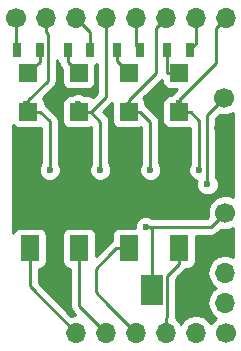
<source format=gtl>
G04 #@! TF.FileFunction,Copper,L1,Top,Signal*
%FSLAX46Y46*%
G04 Gerber Fmt 4.6, Leading zero omitted, Abs format (unit mm)*
G04 Created by KiCad (PCBNEW 4.0.2-stable) date 18.08.2017 11:21:27*
%MOMM*%
G01*
G04 APERTURE LIST*
%ADD10C,0.100000*%
%ADD11C,1.700000*%
%ADD12O,1.700000X1.700000*%
%ADD13R,1.600000X2.180000*%
%ADD14R,1.950000X2.500000*%
%ADD15R,1.500000X1.500000*%
%ADD16R,0.700000X1.300000*%
%ADD17C,0.600000*%
%ADD18C,0.250000*%
%ADD19C,0.254000*%
G04 APERTURE END LIST*
D10*
D11*
X188595000Y-103886000D03*
D12*
X188595000Y-106426000D03*
D11*
X170942000Y-97104200D03*
D12*
X173482000Y-97104200D03*
X176022000Y-97104200D03*
X178562000Y-97104200D03*
X181102000Y-97104200D03*
X183642000Y-97104200D03*
X186182000Y-97104200D03*
X188722000Y-97104200D03*
D11*
X188658500Y-113601500D03*
D12*
X188658500Y-116141500D03*
X188658500Y-118681500D03*
X188658500Y-121221500D03*
D11*
X188722000Y-123761500D03*
D12*
X186182000Y-123761500D03*
X183642000Y-123761500D03*
X181102000Y-123761500D03*
X178562000Y-123761500D03*
X176022000Y-123761500D03*
D13*
X172110400Y-116629400D03*
X172110400Y-107449400D03*
X176301400Y-116604000D03*
X176301400Y-107424000D03*
X180517800Y-116604000D03*
X180517800Y-107424000D03*
X184759600Y-116604000D03*
X184759600Y-107424000D03*
D14*
X182472600Y-120116600D03*
X185522600Y-120116600D03*
D15*
X172008800Y-101778800D03*
X172008800Y-105078800D03*
D16*
X171058800Y-99796600D03*
X172958800Y-99796600D03*
D15*
X176276000Y-101778800D03*
X176276000Y-105078800D03*
X180492400Y-101778800D03*
X180492400Y-105078800D03*
X184759600Y-101778800D03*
X184759600Y-105078800D03*
D16*
X177226000Y-99796600D03*
X175326000Y-99796600D03*
X181417000Y-99822000D03*
X179517000Y-99822000D03*
X185658800Y-99796600D03*
X183758800Y-99796600D03*
D17*
X185534300Y-120040400D03*
X187172600Y-111213900D03*
X181927500Y-114820700D03*
X173799500Y-109982000D03*
X171805600Y-104412800D03*
X178092100Y-110007400D03*
X176225200Y-104412800D03*
X182333900Y-109994700D03*
X180492400Y-104463600D03*
X186486800Y-109982000D03*
X184759600Y-104305100D03*
D18*
X185534300Y-120040400D02*
X185522600Y-120052100D01*
X185522600Y-120052100D02*
X185522600Y-120116600D01*
X184759600Y-116604000D02*
X184759600Y-117944000D01*
X184759600Y-117944000D02*
X183772601Y-118930999D01*
X183772601Y-118930999D02*
X183772601Y-122428818D01*
X183772601Y-122428818D02*
X183642000Y-122559419D01*
X183642000Y-122559419D02*
X183642000Y-123761500D01*
X178947700Y-117124100D02*
X178947700Y-117127400D01*
X177698400Y-120357900D02*
X178752500Y-121412000D01*
X177698400Y-118376700D02*
X177698400Y-120357900D01*
X178947700Y-117127400D02*
X177698400Y-118376700D01*
X180517800Y-116604000D02*
X179467800Y-116604000D01*
X179467800Y-116604000D02*
X178947700Y-117124100D01*
X178752500Y-121412000D02*
X180252001Y-122911501D01*
X180252001Y-122911501D02*
X181102000Y-123761500D01*
X176301400Y-116604000D02*
X176301400Y-121500900D01*
X176301400Y-121500900D02*
X178562000Y-123761500D01*
X172110400Y-116629400D02*
X172110400Y-119849900D01*
X172110400Y-119849900D02*
X176022000Y-123761500D01*
X187172600Y-111213900D02*
X187172600Y-105308400D01*
X187172600Y-105308400D02*
X188595000Y-103886000D01*
X187172600Y-105308400D02*
X188595000Y-103886000D01*
X186182000Y-97104200D02*
X186182000Y-99273400D01*
X186182000Y-99273400D02*
X185658800Y-99796600D01*
X181102000Y-97104200D02*
X181102000Y-99507000D01*
X181102000Y-99507000D02*
X181417000Y-99822000D01*
X176022000Y-97104200D02*
X177226000Y-98308200D01*
X177226000Y-98308200D02*
X177226000Y-99796600D01*
X170942000Y-97104200D02*
X170942000Y-99679800D01*
X170942000Y-99679800D02*
X171058800Y-99796600D01*
X182472600Y-115912900D02*
X182472600Y-114984800D01*
X182472600Y-114984800D02*
X182308500Y-114820700D01*
X181927500Y-114820700D02*
X182308500Y-114820700D01*
X182308500Y-114820700D02*
X183781700Y-114820700D01*
X182472600Y-120116600D02*
X182472600Y-115912900D01*
X183781700Y-114820700D02*
X187439300Y-114820700D01*
X187439300Y-114820700D02*
X188658500Y-113601500D01*
X188595000Y-113665000D02*
X188658500Y-113601500D01*
X172008800Y-105078800D02*
X173008800Y-105078800D01*
X173008800Y-105078800D02*
X173799500Y-105869500D01*
X173799500Y-105869500D02*
X173799500Y-109982000D01*
X172008800Y-105078800D02*
X172008800Y-104616000D01*
X172008800Y-104616000D02*
X171805600Y-104412800D01*
X173482000Y-97104200D02*
X173482000Y-98306281D01*
X173482000Y-98306281D02*
X173633801Y-98458082D01*
X173633801Y-98458082D02*
X173633801Y-102453799D01*
X173633801Y-102453799D02*
X172008800Y-104078800D01*
X172008800Y-104078800D02*
X172008800Y-105078800D01*
X172958800Y-99796600D02*
X172958800Y-100828800D01*
X172958800Y-100828800D02*
X172008800Y-101778800D01*
X177276000Y-105078800D02*
X178092100Y-105894900D01*
X178092100Y-105894900D02*
X178092100Y-110007400D01*
X176276000Y-105078800D02*
X176276000Y-104463600D01*
X176276000Y-104463600D02*
X176225200Y-104412800D01*
X178562000Y-97104200D02*
X178562000Y-103792800D01*
X178562000Y-103792800D02*
X177276000Y-105078800D01*
X177276000Y-105078800D02*
X176276000Y-105078800D01*
X175326000Y-99796600D02*
X175326000Y-100828800D01*
X175326000Y-100828800D02*
X176276000Y-101778800D01*
X180492400Y-105078800D02*
X181492400Y-105078800D01*
X181492400Y-105078800D02*
X182333900Y-105920300D01*
X182333900Y-105920300D02*
X182333900Y-109994700D01*
X180492400Y-105078800D02*
X180492400Y-104463600D01*
X183642000Y-97104200D02*
X182792001Y-97954199D01*
X182792001Y-97954199D02*
X182792001Y-101779199D01*
X182792001Y-101779199D02*
X180492400Y-104078800D01*
X180492400Y-104078800D02*
X180492400Y-105078800D01*
X179517000Y-99822000D02*
X179517000Y-100803400D01*
X179517000Y-100803400D02*
X180492400Y-101778800D01*
X184759600Y-105078800D02*
X185759600Y-105078800D01*
X185759600Y-105078800D02*
X186486800Y-105806000D01*
X186486800Y-105806000D02*
X186486800Y-109982000D01*
X184759600Y-104078800D02*
X184759600Y-104305100D01*
X184759600Y-105078800D02*
X184759600Y-104305100D01*
X188722000Y-97104200D02*
X187872001Y-97954199D01*
X187872001Y-97954199D02*
X187872001Y-100966399D01*
X187872001Y-100966399D02*
X184759600Y-104078800D01*
X183758800Y-99796600D02*
X183758800Y-101778000D01*
X183758800Y-101778000D02*
X183759600Y-101778800D01*
X183759600Y-101778800D02*
X184759600Y-101778800D01*
D19*
G36*
X189290000Y-117332339D02*
X189255878Y-117309539D01*
X188687593Y-117196500D01*
X188629407Y-117196500D01*
X188061122Y-117309539D01*
X187579353Y-117631446D01*
X187257446Y-118113215D01*
X187144407Y-118681500D01*
X187257446Y-119249785D01*
X187579353Y-119731554D01*
X187908526Y-119951500D01*
X187579353Y-120171446D01*
X187257446Y-120653215D01*
X187144407Y-121221500D01*
X187257446Y-121789785D01*
X187579353Y-122271554D01*
X187907923Y-122491097D01*
X187881914Y-122501844D01*
X187463812Y-122919217D01*
X187435645Y-122987050D01*
X187232054Y-122682353D01*
X186750285Y-122360446D01*
X186182000Y-122247407D01*
X185613715Y-122360446D01*
X185131946Y-122682353D01*
X184912000Y-123011526D01*
X184692054Y-122682353D01*
X184506792Y-122558565D01*
X184532601Y-122428818D01*
X184532601Y-119245801D01*
X185297001Y-118481401D01*
X185390520Y-118341440D01*
X185559600Y-118341440D01*
X185794917Y-118297162D01*
X186011041Y-118158090D01*
X186156031Y-117945890D01*
X186207040Y-117694000D01*
X186207040Y-115580700D01*
X187439300Y-115580700D01*
X187730139Y-115522848D01*
X187976701Y-115358101D01*
X188281791Y-115053011D01*
X188361819Y-115086242D01*
X188952589Y-115086757D01*
X189290000Y-114947342D01*
X189290000Y-117332339D01*
X189290000Y-117332339D01*
G37*
X189290000Y-117332339D02*
X189255878Y-117309539D01*
X188687593Y-117196500D01*
X188629407Y-117196500D01*
X188061122Y-117309539D01*
X187579353Y-117631446D01*
X187257446Y-118113215D01*
X187144407Y-118681500D01*
X187257446Y-119249785D01*
X187579353Y-119731554D01*
X187908526Y-119951500D01*
X187579353Y-120171446D01*
X187257446Y-120653215D01*
X187144407Y-121221500D01*
X187257446Y-121789785D01*
X187579353Y-122271554D01*
X187907923Y-122491097D01*
X187881914Y-122501844D01*
X187463812Y-122919217D01*
X187435645Y-122987050D01*
X187232054Y-122682353D01*
X186750285Y-122360446D01*
X186182000Y-122247407D01*
X185613715Y-122360446D01*
X185131946Y-122682353D01*
X184912000Y-123011526D01*
X184692054Y-122682353D01*
X184506792Y-122558565D01*
X184532601Y-122428818D01*
X184532601Y-119245801D01*
X185297001Y-118481401D01*
X185390520Y-118341440D01*
X185559600Y-118341440D01*
X185794917Y-118297162D01*
X186011041Y-118158090D01*
X186156031Y-117945890D01*
X186207040Y-117694000D01*
X186207040Y-115580700D01*
X187439300Y-115580700D01*
X187730139Y-115522848D01*
X187976701Y-115358101D01*
X188281791Y-115053011D01*
X188361819Y-115086242D01*
X188952589Y-115086757D01*
X189290000Y-114947342D01*
X189290000Y-117332339D01*
G36*
X174511910Y-100898041D02*
X174590447Y-100951703D01*
X174623852Y-101119639D01*
X174788599Y-101366201D01*
X174878560Y-101456162D01*
X174878560Y-102528800D01*
X174922838Y-102764117D01*
X175061910Y-102980241D01*
X175274110Y-103125231D01*
X175526000Y-103176240D01*
X177026000Y-103176240D01*
X177261317Y-103131962D01*
X177477441Y-102992890D01*
X177622431Y-102780690D01*
X177673440Y-102528800D01*
X177673440Y-101075705D01*
X177802000Y-101051515D01*
X177802000Y-103477998D01*
X177438137Y-103841861D01*
X177277890Y-103732369D01*
X177026000Y-103681360D01*
X176816173Y-103681360D01*
X176755527Y-103620608D01*
X176411999Y-103477962D01*
X176040033Y-103477638D01*
X175696257Y-103619683D01*
X175634472Y-103681360D01*
X175526000Y-103681360D01*
X175290683Y-103725638D01*
X175074559Y-103864710D01*
X174929569Y-104076910D01*
X174878560Y-104328800D01*
X174878560Y-105828800D01*
X174922838Y-106064117D01*
X175061910Y-106280241D01*
X175274110Y-106425231D01*
X175526000Y-106476240D01*
X177026000Y-106476240D01*
X177261317Y-106431962D01*
X177332100Y-106386414D01*
X177332100Y-109444937D01*
X177299908Y-109477073D01*
X177157262Y-109820601D01*
X177156938Y-110192567D01*
X177298983Y-110536343D01*
X177561773Y-110799592D01*
X177905301Y-110942238D01*
X178277267Y-110942562D01*
X178621043Y-110800517D01*
X178884292Y-110537727D01*
X179026938Y-110194199D01*
X179027262Y-109822233D01*
X178885217Y-109478457D01*
X178852100Y-109445282D01*
X178852100Y-105894900D01*
X178794248Y-105604061D01*
X178629501Y-105357499D01*
X178350802Y-105078800D01*
X179094960Y-104334642D01*
X179094960Y-105828800D01*
X179139238Y-106064117D01*
X179278310Y-106280241D01*
X179490510Y-106425231D01*
X179742400Y-106476240D01*
X181242400Y-106476240D01*
X181477717Y-106431962D01*
X181573900Y-106370070D01*
X181573900Y-109432237D01*
X181541708Y-109464373D01*
X181399062Y-109807901D01*
X181398738Y-110179867D01*
X181540783Y-110523643D01*
X181803573Y-110786892D01*
X182147101Y-110929538D01*
X182519067Y-110929862D01*
X182862843Y-110787817D01*
X183126092Y-110525027D01*
X183268738Y-110181499D01*
X183269062Y-109809533D01*
X183127017Y-109465757D01*
X183093900Y-109432582D01*
X183093900Y-105920300D01*
X183036048Y-105629461D01*
X182871301Y-105382899D01*
X182029801Y-104541399D01*
X181889840Y-104447880D01*
X181889840Y-104328800D01*
X181845562Y-104093483D01*
X181730825Y-103915177D01*
X183286702Y-102359300D01*
X183362160Y-102409720D01*
X183362160Y-102528800D01*
X183406438Y-102764117D01*
X183545510Y-102980241D01*
X183757710Y-103125231D01*
X184009600Y-103176240D01*
X184587358Y-103176240D01*
X184266372Y-103497226D01*
X184230657Y-103511983D01*
X184060984Y-103681360D01*
X184009600Y-103681360D01*
X183774283Y-103725638D01*
X183558159Y-103864710D01*
X183413169Y-104076910D01*
X183362160Y-104328800D01*
X183362160Y-105828800D01*
X183406438Y-106064117D01*
X183545510Y-106280241D01*
X183757710Y-106425231D01*
X184009600Y-106476240D01*
X185509600Y-106476240D01*
X185726800Y-106435371D01*
X185726800Y-109419537D01*
X185694608Y-109451673D01*
X185551962Y-109795201D01*
X185551638Y-110167167D01*
X185693683Y-110510943D01*
X185956473Y-110774192D01*
X186285967Y-110911011D01*
X186237762Y-111027101D01*
X186237438Y-111399067D01*
X186379483Y-111742843D01*
X186642273Y-112006092D01*
X186985801Y-112148738D01*
X187357767Y-112149062D01*
X187701543Y-112007017D01*
X187964792Y-111744227D01*
X188107438Y-111400699D01*
X188107762Y-111028733D01*
X187965717Y-110684957D01*
X187932600Y-110651782D01*
X187932600Y-105623202D01*
X188218291Y-105337511D01*
X188298319Y-105370742D01*
X188889089Y-105371257D01*
X189290000Y-105205604D01*
X189290000Y-112255787D01*
X188955181Y-112116758D01*
X188364411Y-112116243D01*
X187818414Y-112341844D01*
X187400312Y-112759217D01*
X187173758Y-113304819D01*
X187173243Y-113895589D01*
X187207266Y-113977932D01*
X187124498Y-114060700D01*
X182489963Y-114060700D01*
X182457827Y-114028508D01*
X182114299Y-113885862D01*
X181742333Y-113885538D01*
X181398557Y-114027583D01*
X181135308Y-114290373D01*
X180992662Y-114633901D01*
X180992459Y-114866560D01*
X179717800Y-114866560D01*
X179482483Y-114910838D01*
X179266359Y-115049910D01*
X179121369Y-115262110D01*
X179070360Y-115514000D01*
X179070360Y-115973080D01*
X178930399Y-116066599D01*
X178410299Y-116586699D01*
X178403654Y-116596644D01*
X177748840Y-117251458D01*
X177748840Y-115514000D01*
X177704562Y-115278683D01*
X177565490Y-115062559D01*
X177353290Y-114917569D01*
X177101400Y-114866560D01*
X175501400Y-114866560D01*
X175266083Y-114910838D01*
X175049959Y-115049910D01*
X174904969Y-115262110D01*
X174853960Y-115514000D01*
X174853960Y-117694000D01*
X174898238Y-117929317D01*
X175037310Y-118145441D01*
X175249510Y-118290431D01*
X175501400Y-118341440D01*
X175541400Y-118341440D01*
X175541400Y-121500900D01*
X175599252Y-121791739D01*
X175763999Y-122038301D01*
X175981217Y-122255519D01*
X175655592Y-122320290D01*
X172870400Y-119535098D01*
X172870400Y-118366840D01*
X172910400Y-118366840D01*
X173145717Y-118322562D01*
X173361841Y-118183490D01*
X173506831Y-117971290D01*
X173557840Y-117719400D01*
X173557840Y-115539400D01*
X173513562Y-115304083D01*
X173374490Y-115087959D01*
X173162290Y-114942969D01*
X172910400Y-114891960D01*
X171310400Y-114891960D01*
X171075083Y-114936238D01*
X170858959Y-115075310D01*
X170713969Y-115287510D01*
X170710000Y-115307110D01*
X170710000Y-106148598D01*
X170794710Y-106280241D01*
X171006910Y-106425231D01*
X171258800Y-106476240D01*
X172758800Y-106476240D01*
X172994117Y-106431962D01*
X173039500Y-106402759D01*
X173039500Y-109419537D01*
X173007308Y-109451673D01*
X172864662Y-109795201D01*
X172864338Y-110167167D01*
X173006383Y-110510943D01*
X173269173Y-110774192D01*
X173612701Y-110916838D01*
X173984667Y-110917162D01*
X174328443Y-110775117D01*
X174591692Y-110512327D01*
X174734338Y-110168799D01*
X174734662Y-109796833D01*
X174592617Y-109453057D01*
X174559500Y-109419882D01*
X174559500Y-105869500D01*
X174501648Y-105578661D01*
X174336901Y-105332099D01*
X173546201Y-104541399D01*
X173406240Y-104447880D01*
X173406240Y-104328800D01*
X173361962Y-104093483D01*
X173247225Y-103915177D01*
X174171202Y-102991200D01*
X174335949Y-102744639D01*
X174359479Y-102626344D01*
X174393801Y-102453799D01*
X174393801Y-100714494D01*
X174511910Y-100898041D01*
X174511910Y-100898041D01*
G37*
X174511910Y-100898041D02*
X174590447Y-100951703D01*
X174623852Y-101119639D01*
X174788599Y-101366201D01*
X174878560Y-101456162D01*
X174878560Y-102528800D01*
X174922838Y-102764117D01*
X175061910Y-102980241D01*
X175274110Y-103125231D01*
X175526000Y-103176240D01*
X177026000Y-103176240D01*
X177261317Y-103131962D01*
X177477441Y-102992890D01*
X177622431Y-102780690D01*
X177673440Y-102528800D01*
X177673440Y-101075705D01*
X177802000Y-101051515D01*
X177802000Y-103477998D01*
X177438137Y-103841861D01*
X177277890Y-103732369D01*
X177026000Y-103681360D01*
X176816173Y-103681360D01*
X176755527Y-103620608D01*
X176411999Y-103477962D01*
X176040033Y-103477638D01*
X175696257Y-103619683D01*
X175634472Y-103681360D01*
X175526000Y-103681360D01*
X175290683Y-103725638D01*
X175074559Y-103864710D01*
X174929569Y-104076910D01*
X174878560Y-104328800D01*
X174878560Y-105828800D01*
X174922838Y-106064117D01*
X175061910Y-106280241D01*
X175274110Y-106425231D01*
X175526000Y-106476240D01*
X177026000Y-106476240D01*
X177261317Y-106431962D01*
X177332100Y-106386414D01*
X177332100Y-109444937D01*
X177299908Y-109477073D01*
X177157262Y-109820601D01*
X177156938Y-110192567D01*
X177298983Y-110536343D01*
X177561773Y-110799592D01*
X177905301Y-110942238D01*
X178277267Y-110942562D01*
X178621043Y-110800517D01*
X178884292Y-110537727D01*
X179026938Y-110194199D01*
X179027262Y-109822233D01*
X178885217Y-109478457D01*
X178852100Y-109445282D01*
X178852100Y-105894900D01*
X178794248Y-105604061D01*
X178629501Y-105357499D01*
X178350802Y-105078800D01*
X179094960Y-104334642D01*
X179094960Y-105828800D01*
X179139238Y-106064117D01*
X179278310Y-106280241D01*
X179490510Y-106425231D01*
X179742400Y-106476240D01*
X181242400Y-106476240D01*
X181477717Y-106431962D01*
X181573900Y-106370070D01*
X181573900Y-109432237D01*
X181541708Y-109464373D01*
X181399062Y-109807901D01*
X181398738Y-110179867D01*
X181540783Y-110523643D01*
X181803573Y-110786892D01*
X182147101Y-110929538D01*
X182519067Y-110929862D01*
X182862843Y-110787817D01*
X183126092Y-110525027D01*
X183268738Y-110181499D01*
X183269062Y-109809533D01*
X183127017Y-109465757D01*
X183093900Y-109432582D01*
X183093900Y-105920300D01*
X183036048Y-105629461D01*
X182871301Y-105382899D01*
X182029801Y-104541399D01*
X181889840Y-104447880D01*
X181889840Y-104328800D01*
X181845562Y-104093483D01*
X181730825Y-103915177D01*
X183286702Y-102359300D01*
X183362160Y-102409720D01*
X183362160Y-102528800D01*
X183406438Y-102764117D01*
X183545510Y-102980241D01*
X183757710Y-103125231D01*
X184009600Y-103176240D01*
X184587358Y-103176240D01*
X184266372Y-103497226D01*
X184230657Y-103511983D01*
X184060984Y-103681360D01*
X184009600Y-103681360D01*
X183774283Y-103725638D01*
X183558159Y-103864710D01*
X183413169Y-104076910D01*
X183362160Y-104328800D01*
X183362160Y-105828800D01*
X183406438Y-106064117D01*
X183545510Y-106280241D01*
X183757710Y-106425231D01*
X184009600Y-106476240D01*
X185509600Y-106476240D01*
X185726800Y-106435371D01*
X185726800Y-109419537D01*
X185694608Y-109451673D01*
X185551962Y-109795201D01*
X185551638Y-110167167D01*
X185693683Y-110510943D01*
X185956473Y-110774192D01*
X186285967Y-110911011D01*
X186237762Y-111027101D01*
X186237438Y-111399067D01*
X186379483Y-111742843D01*
X186642273Y-112006092D01*
X186985801Y-112148738D01*
X187357767Y-112149062D01*
X187701543Y-112007017D01*
X187964792Y-111744227D01*
X188107438Y-111400699D01*
X188107762Y-111028733D01*
X187965717Y-110684957D01*
X187932600Y-110651782D01*
X187932600Y-105623202D01*
X188218291Y-105337511D01*
X188298319Y-105370742D01*
X188889089Y-105371257D01*
X189290000Y-105205604D01*
X189290000Y-112255787D01*
X188955181Y-112116758D01*
X188364411Y-112116243D01*
X187818414Y-112341844D01*
X187400312Y-112759217D01*
X187173758Y-113304819D01*
X187173243Y-113895589D01*
X187207266Y-113977932D01*
X187124498Y-114060700D01*
X182489963Y-114060700D01*
X182457827Y-114028508D01*
X182114299Y-113885862D01*
X181742333Y-113885538D01*
X181398557Y-114027583D01*
X181135308Y-114290373D01*
X180992662Y-114633901D01*
X180992459Y-114866560D01*
X179717800Y-114866560D01*
X179482483Y-114910838D01*
X179266359Y-115049910D01*
X179121369Y-115262110D01*
X179070360Y-115514000D01*
X179070360Y-115973080D01*
X178930399Y-116066599D01*
X178410299Y-116586699D01*
X178403654Y-116596644D01*
X177748840Y-117251458D01*
X177748840Y-115514000D01*
X177704562Y-115278683D01*
X177565490Y-115062559D01*
X177353290Y-114917569D01*
X177101400Y-114866560D01*
X175501400Y-114866560D01*
X175266083Y-114910838D01*
X175049959Y-115049910D01*
X174904969Y-115262110D01*
X174853960Y-115514000D01*
X174853960Y-117694000D01*
X174898238Y-117929317D01*
X175037310Y-118145441D01*
X175249510Y-118290431D01*
X175501400Y-118341440D01*
X175541400Y-118341440D01*
X175541400Y-121500900D01*
X175599252Y-121791739D01*
X175763999Y-122038301D01*
X175981217Y-122255519D01*
X175655592Y-122320290D01*
X172870400Y-119535098D01*
X172870400Y-118366840D01*
X172910400Y-118366840D01*
X173145717Y-118322562D01*
X173361841Y-118183490D01*
X173506831Y-117971290D01*
X173557840Y-117719400D01*
X173557840Y-115539400D01*
X173513562Y-115304083D01*
X173374490Y-115087959D01*
X173162290Y-114942969D01*
X172910400Y-114891960D01*
X171310400Y-114891960D01*
X171075083Y-114936238D01*
X170858959Y-115075310D01*
X170713969Y-115287510D01*
X170710000Y-115307110D01*
X170710000Y-106148598D01*
X170794710Y-106280241D01*
X171006910Y-106425231D01*
X171258800Y-106476240D01*
X172758800Y-106476240D01*
X172994117Y-106431962D01*
X173039500Y-106402759D01*
X173039500Y-109419537D01*
X173007308Y-109451673D01*
X172864662Y-109795201D01*
X172864338Y-110167167D01*
X173006383Y-110510943D01*
X173269173Y-110774192D01*
X173612701Y-110916838D01*
X173984667Y-110917162D01*
X174328443Y-110775117D01*
X174591692Y-110512327D01*
X174734338Y-110168799D01*
X174734662Y-109796833D01*
X174592617Y-109453057D01*
X174559500Y-109419882D01*
X174559500Y-105869500D01*
X174501648Y-105578661D01*
X174336901Y-105332099D01*
X173546201Y-104541399D01*
X173406240Y-104447880D01*
X173406240Y-104328800D01*
X173361962Y-104093483D01*
X173247225Y-103915177D01*
X174171202Y-102991200D01*
X174335949Y-102744639D01*
X174359479Y-102626344D01*
X174393801Y-102453799D01*
X174393801Y-100714494D01*
X174511910Y-100898041D01*
M02*

</source>
